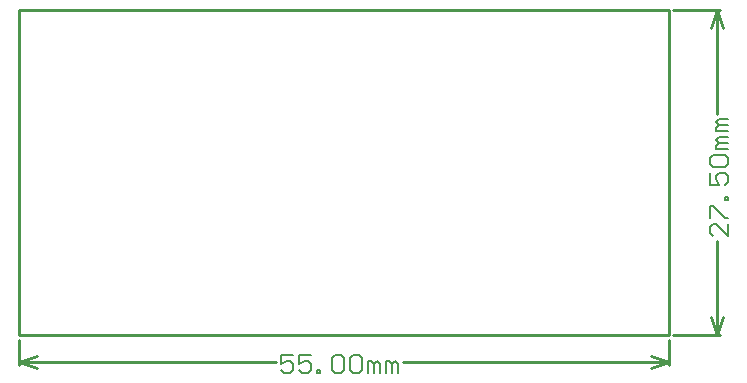
<source format=gm1>
G04*
G04 #@! TF.GenerationSoftware,Altium Limited,Altium Designer,20.0.2 (26)*
G04*
G04 Layer_Color=16711935*
%FSLAX25Y25*%
%MOIN*%
G70*
G01*
G75*
%ADD10C,0.01000*%
%ADD11C,0.00600*%
D10*
X322835Y106299D02*
Y214567D01*
X106299Y106299D02*
X322835D01*
X106299Y214567D02*
X322835D01*
X106299Y106299D02*
Y214567D01*
X336976Y112299D02*
X338976Y106299D01*
X340976Y112299D01*
X338976Y214567D02*
X340976Y208567D01*
X336976D02*
X338976Y214567D01*
Y106299D02*
Y137739D01*
Y179927D02*
Y214567D01*
X324335Y106299D02*
X339976D01*
X324335Y214567D02*
X339976D01*
X106299Y97244D02*
X112299Y99244D01*
X106299Y97244D02*
X112299Y95244D01*
X316835D02*
X322835Y97244D01*
X316835Y99244D02*
X322835Y97244D01*
X106299D02*
X191873D01*
X234061D02*
X322835D01*
X106299Y96244D02*
Y104799D01*
X322835Y96244D02*
Y104799D01*
Y106299D02*
Y214567D01*
X106299Y106299D02*
X322835D01*
X106299Y214567D02*
X322835D01*
X106299Y106299D02*
Y214567D01*
X336976Y112299D02*
X338976Y106299D01*
X340976Y112299D01*
X338976Y214567D02*
X340976Y208567D01*
X336976D02*
X338976Y214567D01*
Y106299D02*
Y137739D01*
Y179927D02*
Y214567D01*
X324335Y106299D02*
X339976D01*
X324335Y214567D02*
X339976D01*
X106299Y97244D02*
X112299Y99244D01*
X106299Y97244D02*
X112299Y95244D01*
X316835D02*
X322835Y97244D01*
X316835Y99244D02*
X322835Y97244D01*
X106299D02*
X191873D01*
X234061D02*
X322835D01*
X106299Y96244D02*
Y104799D01*
X322835Y96244D02*
Y104799D01*
D11*
X342575Y143338D02*
Y139339D01*
X338577Y143338D01*
X337577D01*
X336577Y142338D01*
Y140339D01*
X337577Y139339D01*
X336577Y145337D02*
Y149336D01*
X337577D01*
X341576Y145337D01*
X342575D01*
Y151336D02*
X341576D01*
Y152335D01*
X342575D01*
Y151336D01*
X336577Y160333D02*
Y156334D01*
X339576D01*
X338577Y158333D01*
Y159333D01*
X339576Y160333D01*
X341576D01*
X342575Y159333D01*
Y157334D01*
X341576Y156334D01*
X337577Y162332D02*
X336577Y163332D01*
Y165331D01*
X337577Y166331D01*
X341576D01*
X342575Y165331D01*
Y163332D01*
X341576Y162332D01*
X337577D01*
X342575Y168330D02*
X338577D01*
Y169330D01*
X339576Y170329D01*
X342575D01*
X339576D01*
X338577Y171329D01*
X339576Y172329D01*
X342575D01*
Y174328D02*
X338577D01*
Y175328D01*
X339576Y176327D01*
X342575D01*
X339576D01*
X338577Y177327D01*
X339576Y178327D01*
X342575D01*
X197472Y99643D02*
X193473D01*
Y96644D01*
X195473Y97644D01*
X196472D01*
X197472Y96644D01*
Y94645D01*
X196472Y93645D01*
X194473D01*
X193473Y94645D01*
X203470Y99643D02*
X199471D01*
Y96644D01*
X201471Y97644D01*
X202470D01*
X203470Y96644D01*
Y94645D01*
X202470Y93645D01*
X200471D01*
X199471Y94645D01*
X205469Y93645D02*
Y94645D01*
X206469D01*
Y93645D01*
X205469D01*
X210468Y98643D02*
X211467Y99643D01*
X213467D01*
X214466Y98643D01*
Y94645D01*
X213467Y93645D01*
X211467D01*
X210468Y94645D01*
Y98643D01*
X216466D02*
X217465Y99643D01*
X219465D01*
X220464Y98643D01*
Y94645D01*
X219465Y93645D01*
X217465D01*
X216466Y94645D01*
Y98643D01*
X222464Y93645D02*
Y97644D01*
X223464D01*
X224463Y96644D01*
Y93645D01*
Y96644D01*
X225463Y97644D01*
X226463Y96644D01*
Y93645D01*
X228462D02*
Y97644D01*
X229462D01*
X230461Y96644D01*
Y93645D01*
Y96644D01*
X231461Y97644D01*
X232461Y96644D01*
Y93645D01*
X342575Y143338D02*
Y139339D01*
X338577Y143338D01*
X337577D01*
X336577Y142338D01*
Y140339D01*
X337577Y139339D01*
X336577Y145337D02*
Y149336D01*
X337577D01*
X341576Y145337D01*
X342575D01*
Y151336D02*
X341576D01*
Y152335D01*
X342575D01*
Y151336D01*
X336577Y160333D02*
Y156334D01*
X339576D01*
X338577Y158333D01*
Y159333D01*
X339576Y160333D01*
X341576D01*
X342575Y159333D01*
Y157334D01*
X341576Y156334D01*
X337577Y162332D02*
X336577Y163332D01*
Y165331D01*
X337577Y166331D01*
X341576D01*
X342575Y165331D01*
Y163332D01*
X341576Y162332D01*
X337577D01*
X342575Y168330D02*
X338577D01*
Y169330D01*
X339576Y170329D01*
X342575D01*
X339576D01*
X338577Y171329D01*
X339576Y172329D01*
X342575D01*
Y174328D02*
X338577D01*
Y175328D01*
X339576Y176327D01*
X342575D01*
X339576D01*
X338577Y177327D01*
X339576Y178327D01*
X342575D01*
X197472Y99643D02*
X193473D01*
Y96644D01*
X195473Y97644D01*
X196472D01*
X197472Y96644D01*
Y94645D01*
X196472Y93645D01*
X194473D01*
X193473Y94645D01*
X203470Y99643D02*
X199471D01*
Y96644D01*
X201471Y97644D01*
X202470D01*
X203470Y96644D01*
Y94645D01*
X202470Y93645D01*
X200471D01*
X199471Y94645D01*
X205469Y93645D02*
Y94645D01*
X206469D01*
Y93645D01*
X205469D01*
X210468Y98643D02*
X211467Y99643D01*
X213467D01*
X214466Y98643D01*
Y94645D01*
X213467Y93645D01*
X211467D01*
X210468Y94645D01*
Y98643D01*
X216466D02*
X217465Y99643D01*
X219465D01*
X220464Y98643D01*
Y94645D01*
X219465Y93645D01*
X217465D01*
X216466Y94645D01*
Y98643D01*
X222464Y93645D02*
Y97644D01*
X223464D01*
X224463Y96644D01*
Y93645D01*
Y96644D01*
X225463Y97644D01*
X226463Y96644D01*
Y93645D01*
X228462D02*
Y97644D01*
X229462D01*
X230461Y96644D01*
Y93645D01*
Y96644D01*
X231461Y97644D01*
X232461Y96644D01*
Y93645D01*
M02*

</source>
